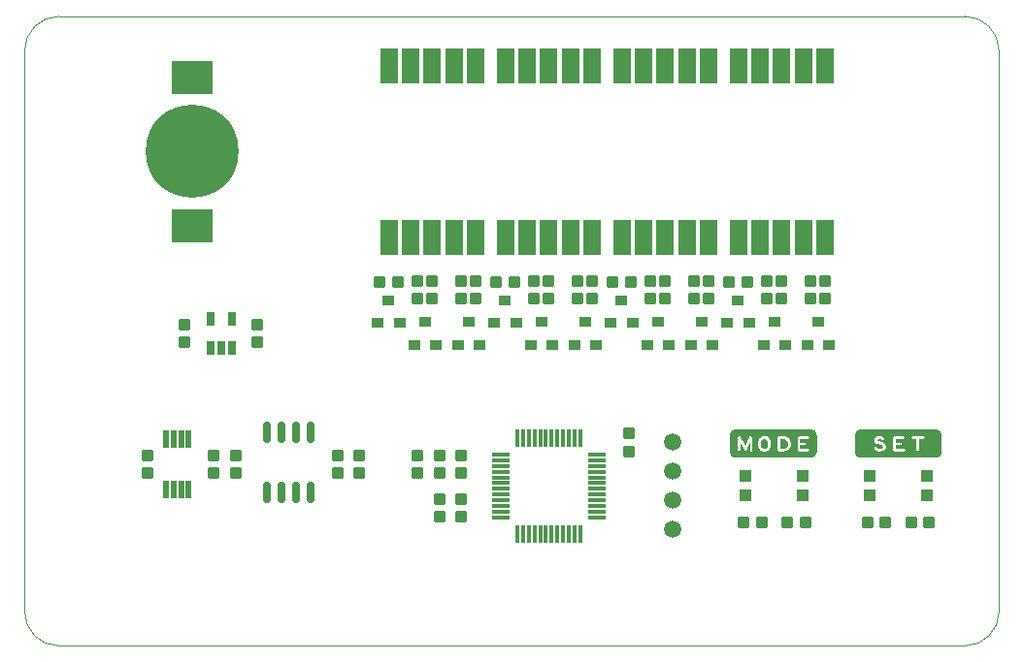
<source format=gts>
G04 #@! TF.FileFunction,Soldermask,Top*
%FSLAX44Y44*%
%MOMM*%
%AMCUSTOMD19*
1,1,0.45000,-0.27500,-0.30000*
20,1,0.45000,-0.27500,-0.30000,-0.27500,0.30000,0*
1,1,0.45000,-0.27500,0.30000*
20,1,0.45000,-0.27500,0.30000,0.27500,0.30000,0*
1,1,0.45000,0.27500,0.30000*
20,1,0.45000,0.27500,0.30000,0.27500,-0.30000,0*
1,1,0.45000,0.27500,-0.30000*
20,1,0.45000,0.27500,-0.30000,-0.27500,-0.30000,0*
1,1,0.45000,-0.27500,-0.30000*
21,1,0.55000,0.60000,0.00000,0.00000,0*
%
%AMCUSTOMD20*
1,1,0.45000,-0.30000,0.27500*
20,1,0.45000,-0.30000,0.27500,0.30000,0.27500,0*
1,1,0.45000,0.30000,0.27500*
20,1,0.45000,0.30000,0.27500,0.30000,-0.27500,0*
1,1,0.45000,0.30000,-0.27500*
20,1,0.45000,0.30000,-0.27500,-0.30000,-0.27500,0*
1,1,0.45000,-0.30000,-0.27500*
20,1,0.45000,-0.30000,-0.27500,-0.30000,0.27500,0*
1,1,0.45000,-0.30000,0.27500*
21,1,0.60000,0.55000,0.00000,0.00000,0*
%
%AMCUSTOMD21*
1,1,0.15000,-0.71250,-0.12500*
20,1,0.15000,-0.71250,-0.12500,-0.71250,0.12500,0*
1,1,0.15000,-0.71250,0.12500*
20,1,0.15000,-0.71250,0.12500,0.71250,0.12500,0*
1,1,0.15000,0.71250,0.12500*
20,1,0.15000,0.71250,0.12500,0.71250,-0.12500,0*
1,1,0.15000,0.71250,-0.12500*
20,1,0.15000,0.71250,-0.12500,-0.71250,-0.12500,0*
1,1,0.15000,-0.71250,-0.12500*
21,1,1.42500,0.25000,0.00000,0.00000,0*
%
%AMCUSTOMD22*
1,1,0.15000,0.12500,-0.71250*
20,1,0.15000,0.12500,-0.71250,-0.12500,-0.71250,0*
1,1,0.15000,-0.12500,-0.71250*
20,1,0.15000,-0.12500,-0.71250,-0.12500,0.71250,0*
1,1,0.15000,-0.12500,0.71250*
20,1,0.15000,-0.12500,0.71250,0.12500,0.71250,0*
1,1,0.15000,0.12500,0.71250*
20,1,0.15000,0.12500,0.71250,0.12500,-0.71250,0*
1,1,0.15000,0.12500,-0.71250*
21,1,0.25000,1.42500,0.00000,0.00000,0*
%
%AMCUSTOMD23*
1,1,0.30000,0.20000,-0.75000*
20,1,0.30000,0.20000,-0.75000,-0.20000,-0.75000,0*
1,1,0.30000,-0.20000,-0.75000*
20,1,0.30000,-0.20000,-0.75000,-0.20000,0.75000,0*
1,1,0.30000,-0.20000,0.75000*
20,1,0.30000,-0.20000,0.75000,0.20000,0.75000,0*
1,1,0.30000,0.20000,0.75000*
20,1,0.30000,0.20000,0.75000,0.20000,-0.75000,0*
1,1,0.30000,0.20000,-0.75000*
21,1,0.40000,1.50000,0.00000,0.00000,0*
%
%ADD10C,0.05000*%
%ADD11C,1.50000*%
%ADD12C,8.10000*%
%ADD13R,1.10000X1.10000*%
%ADD14R,1.00000X0.90000*%
%ADD15R,0.75000X1.20000*%
%ADD16R,0.50000X1.50000*%
%ADD17R,1.50000X3.10000*%
%ADD18R,3.60000X3.00000*%
%ADD19CUSTOMD19*%
%ADD20CUSTOMD20*%
%ADD21CUSTOMD21*%
%ADD22CUSTOMD22*%
%ADD23CUSTOMD23*%

%LPD*%
*G54D10*G75*G36*G01X729050Y164250D02*G02X724050Y169250I0J5000D01*G01X724050Y176505D01*X743489Y176505D01*X743920Y176361D01*G03X744025Y176332I372J1141D01*G01X747871Y175426D01*X748510Y174628D01*X748906Y173703D01*X748288Y172962D01*X747631Y172633D01*X745902Y172200D01*X745218Y172200D01*X743929Y172569D01*X742648Y173849D01*G03X740951Y172151I-848J-849D01*G01X742451Y170651D01*G03X742970Y170346I848J849D01*G01X744720Y169846D01*G03X745050Y169800I329J1154D01*G01X746050Y169800D01*G03X746341Y169835I3J1200D01*G01X748341Y170335D01*G03X748587Y170426I-291J1165D01*G01X749587Y170926D01*G03X749972Y171232I-539J1073D01*G01X751222Y172732D01*G03X751403Y173973I-922J768D01*G01X750653Y175723D01*G03X750487Y176000I-1103J-473D01*G01X750083Y176505D01*X757599Y176505D01*X757599Y171000D01*G03X758800Y169800I1201J1D01*G01X767300Y169800D01*G03X767300Y172200I0J1200D01*G01X760000Y172200D01*X760000Y175300D01*X764050Y175300D01*G03X765250Y176505I0J1200D01*G01X778099Y176505D01*X778099Y171000D01*G03X780500Y171000I1201J0D01*G01X780500Y176505D01*X800050Y176505D01*X800050Y169250D01*G02X795050Y164250I-5000J0D01*G01X729050Y164250D01*G37*G36*X724050Y176495D02*X724050Y184250D01*G02X729050Y189250I5000J0D01*G01X795050Y189250D01*G02X800050Y184250I0J-5000D01*G01X800050Y176495D01*X780500Y176495D01*X780500Y180800D01*X784300Y180800D01*G03X784300Y183200I0J1200D01*G01X774800Y183200D01*G03X774800Y180800I0J-1200D01*G01X778099Y180800D01*X778099Y176495D01*X765250Y176495D01*G03X764050Y177700I-1200J5D01*G01X760000Y177700D01*X760000Y180800D01*X766550Y180800D01*G03X766550Y183200I0J1200D01*G01X758800Y183200D01*G03X757599Y182000I0J-1200D01*G01X757599Y176495D01*X750091Y176495D01*X749487Y177250D01*G03X748825Y177669I-938J-749D01*G01X744628Y178656D01*X743749Y178949D01*X743565Y179500D01*X743808Y180230D01*X744663Y180800D01*X746902Y180800D01*X747163Y180734D01*X747435Y180054D01*G03X749664Y180946I1115J446D01*G01X749164Y182196D01*G03X748341Y182915I-1115J-445D01*G01X747341Y183165D01*G03X747050Y183200I-288J-1165D01*G01X744300Y183200D01*G03X743634Y182999I-1J-1200D01*G01X742134Y181999D01*G03X741661Y181380I666J-999D01*G01X741161Y179880D01*G03X741161Y179120I1139J-380D01*G01X741661Y177620D01*G03X742420Y176861I1139J380D01*G01X743519Y176495D01*X724050Y176495D01*G37*G36*X659000Y172200D02*X659000Y180800D01*X661733Y180800D01*X663558Y180597D01*X664697Y179648D01*X665669Y178482D01*X665849Y177401D01*X665849Y175619D01*X665673Y174738D01*X664701Y173377D01*X663570Y172623D01*X661668Y172200D01*X659000Y172200D01*G37*G36*X644805Y172200D02*X643105Y172956D01*X642414Y173993D01*X642000Y175648D01*X642000Y177305D01*X642820Y179765D01*X644200Y180800D01*X646186Y180800D01*X647285Y180067D01*X647987Y179365D01*X648599Y177324D01*X648599Y175676D01*X647930Y173444D01*X647655Y172895D01*X646266Y172200D01*X644805Y172200D01*G37*G36*X628520Y174478D02*X627603Y176505D01*X629389Y176505D01*X628520Y174478D01*G37*G36*X620050Y164250D02*G02X615050Y169250I0J5000D01*G01X615050Y176505D01*X622099Y176505D01*X622099Y170750D01*G03X624500Y170750I1201J0D01*G01X624500Y176505D01*X624968Y176505D01*X627456Y171005D01*G03X629653Y171027I1094J495D01*G01X632001Y176505D01*X632599Y176505D01*X632599Y170750D01*G03X635000Y170750I1201J0D01*G01X635000Y176505D01*X639599Y176505D01*X639599Y175500D01*G03X639635Y175209I1201J1D01*G01X640135Y173209D01*G03X640301Y172834I1165J291D01*G01X641301Y171334D01*G03X641812Y170903I999J666D01*G01X644062Y169903D01*G03X644550Y169800I487J1097D01*G01X646550Y169800D01*G03X647087Y169926I2J1200D01*G01X649087Y170926D01*G03X649623Y171463I-538J1073D01*G01X650123Y172463D01*G03X650199Y172655I-1073J536D01*G01X650949Y175155D01*G03X651000Y175500I-1149J346D01*G01X651000Y176505D01*X656599Y176505D01*X656599Y171000D01*G03X657800Y169800I1201J1D01*G01X661800Y169800D01*G03X662060Y169828I2J1200D01*G01X664310Y170328D01*G03X664715Y170501I-261J1172D01*G01X666215Y171501D01*G03X666526Y171802I-665J999D01*G01X667776Y173552D01*G03X667977Y174015I-976J699D01*G01X668227Y175265D01*G03X668250Y175500I-1177J234D01*G01X668250Y176505D01*X674099Y176505D01*X674099Y171000D01*G03X675300Y169800I1201J1D01*G01X683800Y169800D01*G03X683800Y172200I0J1200D01*G01X676500Y172200D01*X676500Y175300D01*X680550Y175300D01*G03X681750Y176505I0J1200D01*G01X691050Y176505D01*X691050Y169250D01*G02X686050Y164250I-5000J0D01*G01X620050Y164250D01*G37*G36*X631996Y176495D02*X632599Y177902D01*X632599Y176495D01*X631996Y176495D01*G37*G36*X624500Y176495D02*X624500Y177539D01*X624972Y176495D01*X624500Y176495D01*G37*G36*X615050Y176495D02*X615050Y184250D01*G02X620050Y189250I5000J0D01*G01X686050Y189250D01*G02X691050Y184250I0J-5000D01*G01X691050Y176495D01*X681750Y176495D01*G03X680550Y177700I-1200J5D01*G01X676500Y177700D01*X676500Y180800D01*X683050Y180800D01*G03X683050Y183200I0J1200D01*G01X675300Y183200D01*G03X674099Y182000I0J-1200D01*G01X674099Y176495D01*X668250Y176495D01*X668250Y177500D01*G03X668234Y177697I-1200J2D01*G01X667984Y179197D01*G03X667722Y179769I-1184J-196D01*G01X666472Y181269D01*G03X666318Y181422I-919J-771D01*G01X664818Y182672D01*G03X664182Y182943I-768J-922D01*G01X661932Y183193D01*G03X661800Y183200I-129J-1193D01*G01X657800Y183200D01*G03X656599Y182000I0J-1200D01*G01X656599Y176495D01*X651000Y176495D01*X651000Y177500D01*G03X650949Y177845I-1200J-1D01*G01X650199Y180345D01*G03X649898Y180849I-1149J-344D01*G01X648898Y181849D01*G03X648715Y181999I-848J-849D01*G01X647215Y182999D01*G03X646550Y183200I-665J-999D01*G01X643800Y183200D01*G03X643079Y182960I-1J-1200D01*G01X641079Y181460D01*G03X640661Y180880I721J-960D01*G01X639661Y177880D01*G03X639599Y177500I1139J-381D01*G01X639599Y176495D01*X635000Y176495D01*X635000Y182000D01*G03X633800Y183200I-1200J0D01*G01X633050Y183200D01*G03X631946Y182473I-1J-1200D01*G01X629384Y176495D01*X627608Y176495D01*X624897Y182487D01*G03X623800Y183200I-1097J-487D01*G01X623300Y183200D01*G03X622099Y182000I0J-1200D01*G01X622099Y176495D01*X615050Y176495D01*G37*G54D11*X565150Y177800D02*G55D03*X565150Y152400D02*G55D03*X565150Y127000D02*G55D03*X565150Y101600D02*G55D03*G54D12*X146050Y431800D02*G55D03*G54D13*X629050Y148200D02*G55D03*X629050Y131200D02*G55D03*X679050Y148200D02*G55D03*X679050Y131200D02*G55D03*X737000Y148200D02*G55D03*X737000Y131200D02*G55D03*X787000Y148200D02*G55D03*X787000Y131200D02*G55D03*G54D14*X409600Y282100D02*G55D03*X428600Y282100D02*G55D03*X419100Y302100D02*G55D03*X511200Y282100D02*G55D03*X530200Y282100D02*G55D03*X520700Y302100D02*G55D03*X542950Y263050D02*G55D03*X561950Y263050D02*G55D03*X552450Y283050D02*G55D03*X612800Y282100D02*G55D03*X631800Y282100D02*G55D03*X622300Y302100D02*G55D03*X682650Y263050D02*G55D03*X701650Y263050D02*G55D03*X692150Y283050D02*G55D03*X377850Y263050D02*G55D03*X396850Y263050D02*G55D03*X387350Y283050D02*G55D03*X441350Y263050D02*G55D03*X460350Y263050D02*G55D03*X450850Y283050D02*G55D03*X339750Y263050D02*G55D03*X358750Y263050D02*G55D03*X349250Y283050D02*G55D03*X581050Y263050D02*G55D03*X600050Y263050D02*G55D03*X590550Y283050D02*G55D03*X644550Y263050D02*G55D03*X663550Y263050D02*G55D03*X654050Y283050D02*G55D03*X479450Y263050D02*G55D03*X498450Y263050D02*G55D03*X488950Y283050D02*G55D03*X308000Y282100D02*G55D03*X327000Y282100D02*G55D03*X317500Y302100D02*G55D03*G54D15*X161950Y260550D02*G55D03*X171450Y260550D02*G55D03*X180950Y260550D02*G55D03*X180950Y285550D02*G55D03*X161950Y285550D02*G55D03*G54D16*X123600Y136750D02*G55D03*X130100Y136750D02*G55D03*X136600Y136750D02*G55D03*X143100Y136750D02*G55D03*X143100Y180750D02*G55D03*X136600Y180750D02*G55D03*X130100Y180750D02*G55D03*X123600Y180750D02*G55D03*G54D17*X317600Y356800D02*G55D03*X336600Y356800D02*G55D03*X355600Y356800D02*G55D03*X374600Y356800D02*G55D03*X393600Y356800D02*G55D03*X393600Y506800D02*G55D03*X374600Y506800D02*G55D03*X355600Y506800D02*G55D03*X336600Y506800D02*G55D03*X317600Y506800D02*G55D03*X419200Y356800D02*G55D03*X438200Y356800D02*G55D03*X457200Y356800D02*G55D03*X476200Y356800D02*G55D03*X495200Y356800D02*G55D03*X495200Y506800D02*G55D03*X476200Y506800D02*G55D03*X457200Y506800D02*G55D03*X438200Y506800D02*G55D03*X419200Y506800D02*G55D03*X596800Y506800D02*G55D03*X577800Y506800D02*G55D03*X558800Y506800D02*G55D03*X539800Y506800D02*G55D03*X520800Y506800D02*G55D03*X520800Y356800D02*G55D03*X539800Y356800D02*G55D03*X558800Y356800D02*G55D03*X577800Y356800D02*G55D03*X596800Y356800D02*G55D03*X622400Y356800D02*G55D03*X641400Y356800D02*G55D03*X660400Y356800D02*G55D03*X679400Y356800D02*G55D03*X698400Y356800D02*G55D03*X698400Y506800D02*G55D03*X679400Y506800D02*G55D03*X660400Y506800D02*G55D03*X641400Y506800D02*G55D03*X622400Y506800D02*G55D03*G54D18*X146050Y496800D02*G55D03*X146050Y366800D02*G55D03*G54D19*X309750Y317500D02*G55D03*X325250Y317500D02*G55D03*X411350Y317500D02*G55D03*X426850Y317500D02*G55D03*X512950Y317500D02*G55D03*X528450Y317500D02*G55D03*X614550Y317500D02*G55D03*X630050Y317500D02*G55D03*X627250Y107950D02*G55D03*X642750Y107950D02*G55D03*X735200Y107950D02*G55D03*X750700Y107950D02*G55D03*X680850Y107950D02*G55D03*X665350Y107950D02*G55D03*X788800Y107950D02*G55D03*X773300Y107950D02*G55D03*G54D20*X482600Y318900D02*G55D03*X482600Y303400D02*G55D03*X558800Y318900D02*G55D03*X558800Y303400D02*G55D03*X698500Y318900D02*G55D03*X698500Y303400D02*G55D03*X393700Y318900D02*G55D03*X393700Y303400D02*G55D03*X457200Y318900D02*G55D03*X457200Y303400D02*G55D03*X355600Y318900D02*G55D03*X355600Y303400D02*G55D03*X596900Y318900D02*G55D03*X596900Y303400D02*G55D03*X660400Y318900D02*G55D03*X660400Y303400D02*G55D03*X495300Y318900D02*G55D03*X495300Y303400D02*G55D03*X165100Y166500D02*G55D03*X165100Y151000D02*G55D03*X184150Y166500D02*G55D03*X184150Y151000D02*G55D03*X546100Y318900D02*G55D03*X546100Y303400D02*G55D03*X685800Y318900D02*G55D03*X685800Y303400D02*G55D03*X381000Y318900D02*G55D03*X381000Y303400D02*G55D03*X444500Y318900D02*G55D03*X444500Y303400D02*G55D03*X342900Y318900D02*G55D03*X342900Y303400D02*G55D03*X584200Y318900D02*G55D03*X584200Y303400D02*G55D03*X647700Y318900D02*G55D03*X647700Y303400D02*G55D03*X292100Y166500D02*G55D03*X292100Y151000D02*G55D03*X139700Y265300D02*G55D03*X139700Y280800D02*G55D03*X381000Y128400D02*G55D03*X381000Y112900D02*G55D03*X203200Y265300D02*G55D03*X203200Y280800D02*G55D03*X527050Y170050D02*G55D03*X527050Y185550D02*G55D03*X273050Y166500D02*G55D03*X273050Y151000D02*G55D03*X107350Y151000D02*G55D03*X107350Y166500D02*G55D03*X342900Y166500D02*G55D03*X342900Y151000D02*G55D03*X361950Y166500D02*G55D03*X361950Y151000D02*G55D03*X381000Y166500D02*G55D03*X381000Y151000D02*G55D03*X361950Y112900D02*G55D03*X361950Y128400D02*G55D03*G54D21*X415575Y167200D02*G55D03*X415575Y162200D02*G55D03*X415575Y157200D02*G55D03*X415575Y152200D02*G55D03*X415575Y147200D02*G55D03*X415575Y142200D02*G55D03*X415575Y137200D02*G55D03*X415575Y132200D02*G55D03*X415575Y127200D02*G55D03*X415575Y122200D02*G55D03*X415575Y117200D02*G55D03*X415575Y112200D02*G55D03*X498825Y112200D02*G55D03*X498825Y117200D02*G55D03*X498825Y122200D02*G55D03*X498825Y127200D02*G55D03*X498825Y132200D02*G55D03*X498825Y137200D02*G55D03*X498825Y142200D02*G55D03*X498825Y147200D02*G55D03*X498825Y152200D02*G55D03*X498825Y157200D02*G55D03*X498825Y162200D02*G55D03*X498825Y167200D02*G55D03*G54D22*X429700Y98075D02*G55D03*X434700Y98075D02*G55D03*X439700Y98075D02*G55D03*X444700Y98075D02*G55D03*X449700Y98075D02*G55D03*X454700Y98075D02*G55D03*X459700Y98075D02*G55D03*X464700Y98075D02*G55D03*X469700Y98075D02*G55D03*X474700Y98075D02*G55D03*X479700Y98075D02*G55D03*X484700Y98075D02*G55D03*X484700Y181325D02*G55D03*X479700Y181325D02*G55D03*X474700Y181325D02*G55D03*X469700Y181325D02*G55D03*X464700Y181325D02*G55D03*X459700Y181325D02*G55D03*X454700Y181325D02*G55D03*X449700Y181325D02*G55D03*X444700Y181325D02*G55D03*X439700Y181325D02*G55D03*X434700Y181325D02*G55D03*X429700Y181325D02*G55D03*G54D23*X211500Y134050D02*G55D03*X224200Y134050D02*G55D03*X236900Y134050D02*G55D03*X249600Y134050D02*G55D03*X249600Y187050D02*G55D03*X236900Y187050D02*G55D03*X224200Y187050D02*G55D03*X211500Y187050D02*G55D03*G54D10*X820000Y550000D02*G02X850000Y520000I0J-30000D01*G01X850000Y30000D01*G02X820000Y0I-30000J0D01*G01X30000Y0D01*G02X0Y30000I0J30000D01*G01X0Y520000D01*G02X30000Y550000I30000J0D01*G01X820000Y550000D01*X0Y0D02*M00*
</source>
